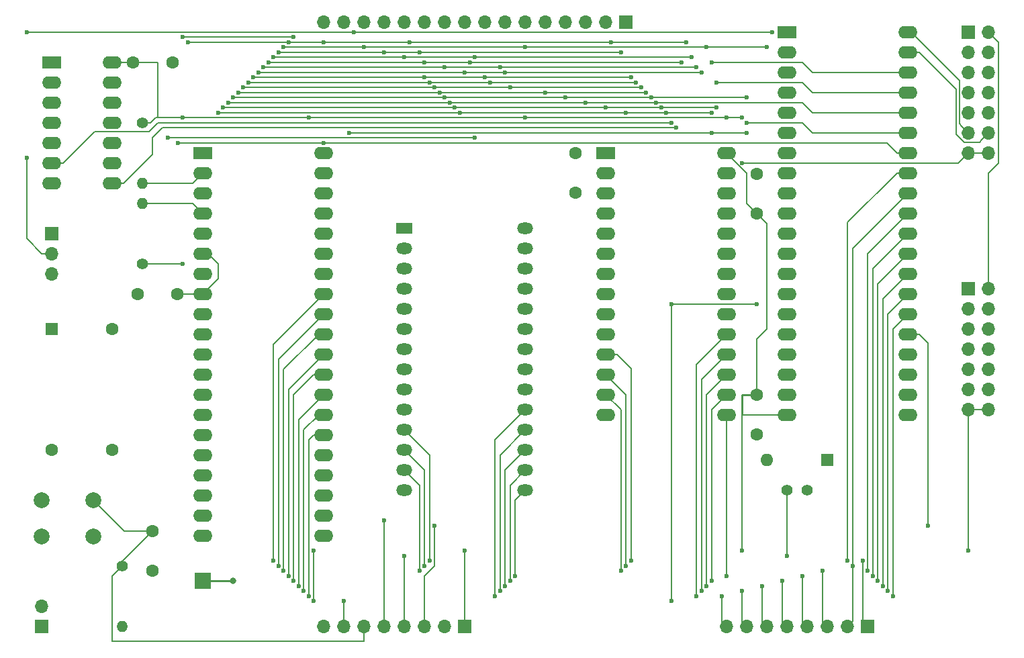
<source format=gbr>
G04 #@! TF.GenerationSoftware,KiCad,Pcbnew,(5.1.5-0-10_14)*
G04 #@! TF.CreationDate,2020-11-20T10:26:45+01:00*
G04 #@! TF.ProjectId,6502,36353032-2e6b-4696-9361-645f70636258,rev?*
G04 #@! TF.SameCoordinates,Original*
G04 #@! TF.FileFunction,Copper,L1,Top*
G04 #@! TF.FilePolarity,Positive*
%FSLAX46Y46*%
G04 Gerber Fmt 4.6, Leading zero omitted, Abs format (unit mm)*
G04 Created by KiCad (PCBNEW (5.1.5-0-10_14)) date 2020-11-20 10:26:45*
%MOMM*%
%LPD*%
G04 APERTURE LIST*
%ADD10O,1.700000X1.700000*%
%ADD11R,1.700000X1.700000*%
%ADD12C,1.600000*%
%ADD13O,2.400000X1.600000*%
%ADD14R,2.400000X1.600000*%
%ADD15C,1.400000*%
%ADD16O,1.600000X1.600000*%
%ADD17R,1.600000X1.600000*%
%ADD18R,2.000000X2.000000*%
%ADD19O,1.400000X1.400000*%
%ADD20O,2.000000X1.440000*%
%ADD21R,2.000000X1.440000*%
%ADD22C,2.000000*%
%ADD23C,0.600000*%
%ADD24C,0.800000*%
%ADD25C,0.200000*%
%ADD26C,0.250000*%
G04 APERTURE END LIST*
D10*
X78740000Y-129540000D03*
D11*
X78740000Y-132080000D03*
D10*
X114300000Y-132080000D03*
X116840000Y-132080000D03*
X119380000Y-132080000D03*
X121920000Y-132080000D03*
X124460000Y-132080000D03*
X127000000Y-132080000D03*
X129540000Y-132080000D03*
D11*
X132080000Y-132080000D03*
D12*
X168910000Y-107870000D03*
X168910000Y-102870000D03*
X168910000Y-75010000D03*
X168910000Y-80010000D03*
X146050000Y-77390000D03*
X146050000Y-72390000D03*
X95805000Y-90170000D03*
X90805000Y-90170000D03*
X90250000Y-60960000D03*
X95250000Y-60960000D03*
X92710000Y-120095000D03*
X92710000Y-125095000D03*
D13*
X165100000Y-72390000D03*
X149860000Y-105410000D03*
X165100000Y-74930000D03*
X149860000Y-102870000D03*
X165100000Y-77470000D03*
X149860000Y-100330000D03*
X165100000Y-80010000D03*
X149860000Y-97790000D03*
X165100000Y-82550000D03*
X149860000Y-95250000D03*
X165100000Y-85090000D03*
X149860000Y-92710000D03*
X165100000Y-87630000D03*
X149860000Y-90170000D03*
X165100000Y-90170000D03*
X149860000Y-87630000D03*
X165100000Y-92710000D03*
X149860000Y-85090000D03*
X165100000Y-95250000D03*
X149860000Y-82550000D03*
X165100000Y-97790000D03*
X149860000Y-80010000D03*
X165100000Y-100330000D03*
X149860000Y-77470000D03*
X165100000Y-102870000D03*
X149860000Y-74930000D03*
X165100000Y-105410000D03*
D14*
X149860000Y-72390000D03*
D15*
X172720000Y-114935000D03*
X175260000Y-114935000D03*
D16*
X170180000Y-111125000D03*
D17*
X177800000Y-111125000D03*
D18*
X99060000Y-126365000D03*
D19*
X91440000Y-78740000D03*
D15*
X91440000Y-86360000D03*
D19*
X91440000Y-76200000D03*
D15*
X91440000Y-68580000D03*
D19*
X88900000Y-132080000D03*
D15*
X88900000Y-124460000D03*
D10*
X165100000Y-132080000D03*
X167640000Y-132080000D03*
X170180000Y-132080000D03*
X172720000Y-132080000D03*
X175260000Y-132080000D03*
X177800000Y-132080000D03*
X180340000Y-132080000D03*
D11*
X182880000Y-132080000D03*
D10*
X114300000Y-55880000D03*
X116840000Y-55880000D03*
X119380000Y-55880000D03*
X121920000Y-55880000D03*
X124460000Y-55880000D03*
X127000000Y-55880000D03*
X129540000Y-55880000D03*
X132080000Y-55880000D03*
X134620000Y-55880000D03*
X137160000Y-55880000D03*
X139700000Y-55880000D03*
X142240000Y-55880000D03*
X144780000Y-55880000D03*
X147320000Y-55880000D03*
X149860000Y-55880000D03*
D11*
X152400000Y-55880000D03*
D20*
X139700000Y-114935000D03*
X124460000Y-114935000D03*
X139700000Y-112395000D03*
X124460000Y-112395000D03*
X139700000Y-109855000D03*
X124460000Y-109855000D03*
X139700000Y-107315000D03*
X124460000Y-107315000D03*
X139700000Y-104775000D03*
X124460000Y-104775000D03*
X139700000Y-102235000D03*
X124460000Y-102235000D03*
X139700000Y-99695000D03*
X124460000Y-99695000D03*
X139700000Y-97155000D03*
X124460000Y-97155000D03*
X139700000Y-94615000D03*
X124460000Y-94615000D03*
X139700000Y-92075000D03*
X124460000Y-92075000D03*
X139700000Y-89535000D03*
X124460000Y-89535000D03*
X139700000Y-86995000D03*
X124460000Y-86995000D03*
X139700000Y-84455000D03*
X124460000Y-84455000D03*
X139700000Y-81915000D03*
D21*
X124460000Y-81915000D03*
D12*
X80010000Y-109855000D03*
X87630000Y-109855000D03*
X87630000Y-94615000D03*
D17*
X80010000Y-94615000D03*
D10*
X80010000Y-87630000D03*
X80010000Y-85090000D03*
D11*
X80010000Y-82550000D03*
D10*
X198120000Y-104775000D03*
X195580000Y-104775000D03*
X198120000Y-102235000D03*
X195580000Y-102235000D03*
X198120000Y-99695000D03*
X195580000Y-99695000D03*
X198120000Y-97155000D03*
X195580000Y-97155000D03*
X198120000Y-94615000D03*
X195580000Y-94615000D03*
X198120000Y-92075000D03*
X195580000Y-92075000D03*
X198120000Y-89535000D03*
D11*
X195580000Y-89535000D03*
D10*
X198120000Y-72390000D03*
X195580000Y-72390000D03*
X198120000Y-69850000D03*
X195580000Y-69850000D03*
X198120000Y-67310000D03*
X195580000Y-67310000D03*
X198120000Y-64770000D03*
X195580000Y-64770000D03*
X198120000Y-62230000D03*
X195580000Y-62230000D03*
X198120000Y-59690000D03*
X195580000Y-59690000D03*
X198120000Y-57150000D03*
D11*
X195580000Y-57150000D03*
D13*
X87630000Y-60960000D03*
X80010000Y-76200000D03*
X87630000Y-63500000D03*
X80010000Y-73660000D03*
X87630000Y-66040000D03*
X80010000Y-71120000D03*
X87630000Y-68580000D03*
X80010000Y-68580000D03*
X87630000Y-71120000D03*
X80010000Y-66040000D03*
X87630000Y-73660000D03*
X80010000Y-63500000D03*
X87630000Y-76200000D03*
D14*
X80010000Y-60960000D03*
D13*
X187960000Y-57150000D03*
X172720000Y-105410000D03*
X187960000Y-59690000D03*
X172720000Y-102870000D03*
X187960000Y-62230000D03*
X172720000Y-100330000D03*
X187960000Y-64770000D03*
X172720000Y-97790000D03*
X187960000Y-67310000D03*
X172720000Y-95250000D03*
X187960000Y-69850000D03*
X172720000Y-92710000D03*
X187960000Y-72390000D03*
X172720000Y-90170000D03*
X187960000Y-74930000D03*
X172720000Y-87630000D03*
X187960000Y-77470000D03*
X172720000Y-85090000D03*
X187960000Y-80010000D03*
X172720000Y-82550000D03*
X187960000Y-82550000D03*
X172720000Y-80010000D03*
X187960000Y-85090000D03*
X172720000Y-77470000D03*
X187960000Y-87630000D03*
X172720000Y-74930000D03*
X187960000Y-90170000D03*
X172720000Y-72390000D03*
X187960000Y-92710000D03*
X172720000Y-69850000D03*
X187960000Y-95250000D03*
X172720000Y-67310000D03*
X187960000Y-97790000D03*
X172720000Y-64770000D03*
X187960000Y-100330000D03*
X172720000Y-62230000D03*
X187960000Y-102870000D03*
X172720000Y-59690000D03*
X187960000Y-105410000D03*
D14*
X172720000Y-57150000D03*
D13*
X114300000Y-72390000D03*
X99060000Y-120650000D03*
X114300000Y-74930000D03*
X99060000Y-118110000D03*
X114300000Y-77470000D03*
X99060000Y-115570000D03*
X114300000Y-80010000D03*
X99060000Y-113030000D03*
X114300000Y-82550000D03*
X99060000Y-110490000D03*
X114300000Y-85090000D03*
X99060000Y-107950000D03*
X114300000Y-87630000D03*
X99060000Y-105410000D03*
X114300000Y-90170000D03*
X99060000Y-102870000D03*
X114300000Y-92710000D03*
X99060000Y-100330000D03*
X114300000Y-95250000D03*
X99060000Y-97790000D03*
X114300000Y-97790000D03*
X99060000Y-95250000D03*
X114300000Y-100330000D03*
X99060000Y-92710000D03*
X114300000Y-102870000D03*
X99060000Y-90170000D03*
X114300000Y-105410000D03*
X99060000Y-87630000D03*
X114300000Y-107950000D03*
X99060000Y-85090000D03*
X114300000Y-110490000D03*
X99060000Y-82550000D03*
X114300000Y-113030000D03*
X99060000Y-80010000D03*
X114300000Y-115570000D03*
X99060000Y-77470000D03*
X114300000Y-118110000D03*
X99060000Y-74930000D03*
X114300000Y-120650000D03*
D14*
X99060000Y-72390000D03*
D22*
X85240000Y-116205000D03*
X85240000Y-120705000D03*
X78740000Y-116205000D03*
X78740000Y-120705000D03*
D23*
X186055000Y-128270000D03*
X135890000Y-128270000D03*
X164465000Y-128270000D03*
X161290000Y-128270000D03*
X112395000Y-128270000D03*
X185420000Y-127635000D03*
X136525000Y-127635000D03*
X161925000Y-127635000D03*
X167005000Y-127635000D03*
X111760000Y-127635000D03*
X184785000Y-127000000D03*
X137160000Y-127000000D03*
X162560000Y-127000000D03*
X169545000Y-127000000D03*
X111125000Y-127000000D03*
X184150000Y-126365000D03*
X137795000Y-126365000D03*
X172085000Y-126365000D03*
X163195000Y-126365000D03*
X110490000Y-126365000D03*
X183515000Y-125730000D03*
X138430000Y-125730000D03*
X165100000Y-125730000D03*
X174625000Y-125730000D03*
X109855000Y-125730000D03*
X126365000Y-125095000D03*
X109220000Y-125095000D03*
X182880000Y-125095000D03*
X151765000Y-125095000D03*
X177165000Y-125095000D03*
X127000000Y-124460000D03*
X108585000Y-124460000D03*
X152400000Y-124460000D03*
X180975000Y-124460000D03*
X107950000Y-123825000D03*
X127635000Y-123825000D03*
X153035000Y-123825000D03*
X180340000Y-123825000D03*
X182245000Y-123825000D03*
D24*
X102870000Y-126365000D03*
D23*
X108585000Y-59690000D03*
X126365000Y-59690000D03*
X151765000Y-59690000D03*
X121920000Y-59690000D03*
X139700000Y-59055000D03*
X162560000Y-59055000D03*
X109220000Y-59055000D03*
X170180000Y-59055000D03*
X119380000Y-59055000D03*
X109855000Y-58420000D03*
X97155000Y-58420000D03*
X125095000Y-58420000D03*
X150495000Y-58420000D03*
X160020000Y-58420000D03*
X114300000Y-58420000D03*
X96520000Y-57785000D03*
X110490000Y-57785000D03*
X167005000Y-73660000D03*
X167005000Y-67945000D03*
X165100000Y-67945000D03*
X139700000Y-67945000D03*
X112395000Y-67945000D03*
X96520000Y-67945000D03*
X96520000Y-86360000D03*
X167005000Y-122555000D03*
X195580004Y-122555000D03*
X113030000Y-128905000D03*
X113030000Y-122555000D03*
X132080000Y-122555000D03*
X131445000Y-67310000D03*
X157480000Y-67310000D03*
X100965000Y-67310000D03*
X163195000Y-60960000D03*
X163195000Y-67310000D03*
X152400000Y-67310000D03*
X101600000Y-66675000D03*
X130810000Y-66675000D03*
X156845000Y-66675000D03*
X163830000Y-63500000D03*
X163830000Y-66675000D03*
X149860000Y-66675000D03*
X130175000Y-66040000D03*
X156210000Y-66040000D03*
X102235000Y-66040000D03*
X147320000Y-66040000D03*
X102870000Y-65405000D03*
X129540000Y-65405000D03*
X155575000Y-65405000D03*
X167640000Y-68580000D03*
X167640000Y-65405000D03*
X144780000Y-65405000D03*
X103505000Y-64770000D03*
X128905000Y-64770000D03*
X154940000Y-64770000D03*
X142240000Y-64770000D03*
X104140000Y-64135000D03*
X128270000Y-64135000D03*
X154305000Y-64135000D03*
X137795000Y-64135000D03*
X104775000Y-63500000D03*
X127635000Y-63500000D03*
X153670000Y-63500000D03*
X135255000Y-63500000D03*
X127000000Y-62865000D03*
X153035000Y-62865000D03*
X105410000Y-62865000D03*
X134620000Y-62865000D03*
X137160000Y-62230000D03*
X161925000Y-62230000D03*
X106045000Y-62230000D03*
X132080000Y-62230000D03*
X161290000Y-61595000D03*
X106680000Y-61595000D03*
X136525000Y-61595000D03*
X129540000Y-61595000D03*
X159385000Y-60960000D03*
X107315000Y-60960000D03*
X132715000Y-60960000D03*
X127000000Y-60960000D03*
X160655000Y-60325000D03*
X107950000Y-60325000D03*
X133350000Y-60325000D03*
X124460000Y-60325000D03*
X114300000Y-71120000D03*
X95885000Y-71120000D03*
X117475000Y-69850000D03*
X163195000Y-69850000D03*
X167640000Y-69850000D03*
X121920000Y-118745000D03*
X76835000Y-73025000D03*
X190500000Y-119380000D03*
X76835000Y-57150000D03*
X170815000Y-57150000D03*
X128270000Y-119380000D03*
X118110000Y-57150000D03*
X172720000Y-123190000D03*
X124460000Y-123190000D03*
X168910000Y-91440000D03*
X158115000Y-91440000D03*
X158115000Y-68580000D03*
X158115000Y-128905000D03*
X116840000Y-128905000D03*
X158750000Y-69215000D03*
X94615000Y-70485000D03*
X133350000Y-70485000D03*
D25*
X186055000Y-94615000D02*
X187960000Y-92710000D01*
X186055000Y-128270000D02*
X186055000Y-94615000D01*
X135890000Y-128270000D02*
X135890000Y-108585000D01*
X135890000Y-108585000D02*
X139700000Y-104775000D01*
X161290000Y-99060000D02*
X165100000Y-95250000D01*
X161290000Y-128270000D02*
X161290000Y-99060000D01*
X113030000Y-107950000D02*
X114300000Y-107950000D01*
X112395000Y-108585000D02*
X113030000Y-107950000D01*
X112395000Y-128270000D02*
X112395000Y-108585000D01*
X164465000Y-128270000D02*
X164465000Y-132080000D01*
X185420000Y-92710000D02*
X187960000Y-90170000D01*
X185420000Y-127635000D02*
X185420000Y-92710000D01*
X136525000Y-110490000D02*
X139700000Y-107315000D01*
X136525000Y-127635000D02*
X136525000Y-110490000D01*
X161925000Y-100965000D02*
X165100000Y-97790000D01*
X161925000Y-127635000D02*
X161925000Y-100965000D01*
X113665000Y-105410000D02*
X114300000Y-105410000D01*
X111760000Y-107315000D02*
X113665000Y-105410000D01*
X111760000Y-127635000D02*
X111760000Y-107315000D01*
X167005000Y-131445000D02*
X167640000Y-132080000D01*
X167005000Y-127635000D02*
X167005000Y-131445000D01*
X167005000Y-131445000D02*
X167005000Y-132080000D01*
X184785000Y-90805000D02*
X187960000Y-87630000D01*
X184785000Y-127000000D02*
X184785000Y-90805000D01*
X137160000Y-112395000D02*
X139700000Y-109855000D01*
X137160000Y-127000000D02*
X137160000Y-112395000D01*
X162560000Y-127000000D02*
X162560000Y-102870000D01*
X162560000Y-102870000D02*
X165100000Y-100330000D01*
X111125000Y-106045000D02*
X114300000Y-102870000D01*
X111125000Y-127000000D02*
X111125000Y-106045000D01*
X169545000Y-130810000D02*
X169545000Y-131445000D01*
X169545000Y-131445000D02*
X170180000Y-132080000D01*
X169545000Y-127000000D02*
X169545000Y-130810000D01*
X169545000Y-130810000D02*
X169545000Y-132080000D01*
X184150000Y-88900000D02*
X187960000Y-85090000D01*
X184150000Y-126365000D02*
X184150000Y-88900000D01*
X137795000Y-114300000D02*
X139700000Y-112395000D01*
X137795000Y-126365000D02*
X137795000Y-114300000D01*
X163195000Y-104775000D02*
X165100000Y-102870000D01*
X163195000Y-126365000D02*
X163195000Y-104775000D01*
X110490000Y-102870000D02*
X113030000Y-100330000D01*
X110490000Y-126365000D02*
X110490000Y-102870000D01*
X113030000Y-100330000D02*
X114300000Y-100330000D01*
X172085000Y-131445000D02*
X172720000Y-132080000D01*
X172085000Y-130810000D02*
X172085000Y-131445000D01*
X172085000Y-126365000D02*
X172085000Y-130810000D01*
X172085000Y-130810000D02*
X172085000Y-132080000D01*
X183515000Y-125730000D02*
X183515000Y-86995000D01*
X183515000Y-86995000D02*
X187960000Y-82550000D01*
X138430000Y-116205000D02*
X139700000Y-114935000D01*
X138430000Y-125730000D02*
X138430000Y-116205000D01*
X165100000Y-105410000D02*
X165100000Y-125730000D01*
X109855000Y-102235000D02*
X114300000Y-97790000D01*
X109855000Y-125730000D02*
X109855000Y-102235000D01*
X174625000Y-130810000D02*
X174625000Y-131445000D01*
X174625000Y-131445000D02*
X175260000Y-132080000D01*
X174625000Y-125730000D02*
X174625000Y-130810000D01*
X174625000Y-130810000D02*
X174625000Y-132080000D01*
X125730000Y-113665000D02*
X124460000Y-112395000D01*
X126365000Y-114300000D02*
X125730000Y-113665000D01*
X126365000Y-125095000D02*
X126365000Y-114300000D01*
X113665000Y-95250000D02*
X114300000Y-95250000D01*
X109220000Y-99695000D02*
X113665000Y-95250000D01*
X109220000Y-125095000D02*
X109220000Y-99695000D01*
X182880000Y-85090000D02*
X187960000Y-80010000D01*
X182880000Y-125095000D02*
X182880000Y-85090000D01*
X151765000Y-104775000D02*
X149860000Y-102870000D01*
X151765000Y-125095000D02*
X151765000Y-104775000D01*
X177165000Y-131445000D02*
X177800000Y-132080000D01*
X177165000Y-130810000D02*
X177165000Y-131445000D01*
X177165000Y-125095000D02*
X177165000Y-130810000D01*
X177165000Y-130810000D02*
X177165000Y-132080000D01*
X127000000Y-112395000D02*
X124460000Y-109855000D01*
X127000000Y-124460000D02*
X127000000Y-112395000D01*
X108585000Y-98425000D02*
X114300000Y-92710000D01*
X108585000Y-124460000D02*
X108585000Y-98425000D01*
X152400000Y-102870000D02*
X149860000Y-100330000D01*
X152400000Y-124460000D02*
X152400000Y-102870000D01*
X180975000Y-84455000D02*
X187960000Y-77470000D01*
X180975000Y-124460000D02*
X180975000Y-84455000D01*
X180975000Y-131445000D02*
X180340000Y-132080000D01*
X180975000Y-124460000D02*
X180975000Y-131445000D01*
X107950000Y-123825000D02*
X107950000Y-96520000D01*
X107950000Y-96520000D02*
X114300000Y-90170000D01*
X127635000Y-110490000D02*
X124460000Y-107315000D01*
X127635000Y-123825000D02*
X127635000Y-110490000D01*
X151260000Y-97790000D02*
X149860000Y-97790000D01*
X153035000Y-123825000D02*
X153035000Y-99565000D01*
X153035000Y-99565000D02*
X151260000Y-97790000D01*
X186560000Y-74930000D02*
X187960000Y-74930000D01*
X180340000Y-81150000D02*
X186560000Y-74930000D01*
X180340000Y-123825000D02*
X180340000Y-81150000D01*
X182245000Y-131445000D02*
X182880000Y-132080000D01*
X182245000Y-130810000D02*
X182245000Y-131445000D01*
X182245000Y-123825000D02*
X182245000Y-130810000D01*
X182245000Y-130810000D02*
X182245000Y-132080000D01*
D26*
X99060000Y-126365000D02*
X102870000Y-126365000D01*
D25*
X198120000Y-89535000D02*
X198120000Y-74930000D01*
X198120000Y-74930000D02*
X199390000Y-73660000D01*
X199390000Y-58420000D02*
X198120000Y-57150000D01*
X199390000Y-73660000D02*
X199390000Y-58420000D01*
X126365000Y-59690000D02*
X108585000Y-59690000D01*
X134620000Y-59690000D02*
X126365000Y-59690000D01*
X151765000Y-59690000D02*
X134620000Y-59690000D01*
X121920000Y-59690000D02*
X121285000Y-59690000D01*
X119380000Y-59055000D02*
X139700000Y-59055000D01*
X139700000Y-59055000D02*
X155575000Y-59055000D01*
X155575000Y-59055000D02*
X162560000Y-59055000D01*
X109220000Y-59055000D02*
X119380000Y-59055000D01*
X170180000Y-59055000D02*
X162560000Y-59055000D01*
X109855000Y-58420000D02*
X97155000Y-58420000D01*
X148590000Y-58420000D02*
X133985000Y-58420000D01*
X133985000Y-58420000D02*
X125095000Y-58420000D01*
X150495000Y-58420000D02*
X148590000Y-58420000D01*
X160020000Y-58420000D02*
X150495000Y-58420000D01*
X114300000Y-58420000D02*
X109855000Y-58420000D01*
X125095000Y-58420000D02*
X114300000Y-58420000D01*
X96520000Y-57785000D02*
X110490000Y-57785000D01*
X100330000Y-67945000D02*
X164465000Y-67945000D01*
X164465000Y-67945000D02*
X165100000Y-67945000D01*
X198120000Y-72390000D02*
X195580000Y-72390000D01*
X195580000Y-72390000D02*
X194310000Y-73660000D01*
X194310000Y-73660000D02*
X167005000Y-73660000D01*
X167005000Y-67945000D02*
X165100000Y-67945000D01*
X92429949Y-68580000D02*
X93064949Y-67945000D01*
X91440000Y-68580000D02*
X92429949Y-68580000D01*
X90250000Y-60960000D02*
X89535000Y-60960000D01*
X89535000Y-60960000D02*
X87630000Y-60960000D01*
X139700000Y-67945000D02*
X140335000Y-67945000D01*
X99060000Y-85090000D02*
X99695000Y-85090000D01*
X99695000Y-85090000D02*
X100965000Y-86360000D01*
X100965000Y-88265000D02*
X99060000Y-90170000D01*
X100965000Y-86360000D02*
X100965000Y-88265000D01*
X172720000Y-105410000D02*
X167005000Y-105410000D01*
X167640000Y-78740000D02*
X168910000Y-80010000D01*
X167640000Y-74930000D02*
X167640000Y-78740000D01*
X165100000Y-72390000D02*
X167640000Y-74930000D01*
X95805000Y-90170000D02*
X99060000Y-90170000D01*
X198120000Y-104775000D02*
X195580000Y-104775000D01*
D26*
X168910000Y-102870000D02*
X167005000Y-102870000D01*
X167005000Y-102870000D02*
X167005000Y-105410000D01*
D25*
X93064949Y-67945000D02*
X96520000Y-67945000D01*
X96520000Y-67945000D02*
X100330000Y-67945000D01*
X90250000Y-60960000D02*
X93345000Y-60960000D01*
X93345000Y-60960000D02*
X93345000Y-67945000D01*
X91440000Y-86360000D02*
X96520000Y-86360000D01*
X167005000Y-105410000D02*
X167005000Y-122555000D01*
X195580000Y-122554996D02*
X195580000Y-104775000D01*
X195580004Y-122555000D02*
X195580000Y-122554996D01*
X113030000Y-128905000D02*
X113030000Y-122555000D01*
X132080000Y-132080000D02*
X132080000Y-122555000D01*
X168910000Y-102870000D02*
X168910000Y-95885000D01*
X168910000Y-95885000D02*
X170180000Y-94615000D01*
X170180000Y-81280000D02*
X168910000Y-80010000D01*
X170180000Y-94615000D02*
X170180000Y-81280000D01*
X152400000Y-67310000D02*
X157480000Y-67310000D01*
X152400000Y-67310000D02*
X131445000Y-67310000D01*
X100965000Y-67310000D02*
X131445000Y-67310000D01*
X187960000Y-62230000D02*
X175895000Y-62230000D01*
X175895000Y-62230000D02*
X174625000Y-60960000D01*
X174625000Y-60960000D02*
X163195000Y-60960000D01*
X157480000Y-67310000D02*
X163195000Y-67310000D01*
X116840000Y-66675000D02*
X101600000Y-66675000D01*
X148590000Y-66675000D02*
X116840000Y-66675000D01*
X148590000Y-66675000D02*
X156845000Y-66675000D01*
X187960000Y-64770000D02*
X175895000Y-64770000D01*
X175895000Y-64770000D02*
X174625000Y-63500000D01*
X174625000Y-63500000D02*
X163830000Y-63500000D01*
X163830000Y-66675000D02*
X156845000Y-66675000D01*
X102235000Y-66040000D02*
X130175000Y-66040000D01*
X130175000Y-66040000D02*
X147320000Y-66040000D01*
X147320000Y-66040000D02*
X156210000Y-66040000D01*
X187960000Y-67310000D02*
X175895000Y-67310000D01*
X174625000Y-66040000D02*
X156210000Y-66040000D01*
X175895000Y-67310000D02*
X174625000Y-66040000D01*
X121920000Y-65405000D02*
X137795000Y-65405000D01*
X102870000Y-65405000D02*
X121920000Y-65405000D01*
X155575000Y-65405000D02*
X137795000Y-65405000D01*
X187960000Y-69850000D02*
X175895000Y-69850000D01*
X175895000Y-69850000D02*
X174625000Y-68580000D01*
X174625000Y-68580000D02*
X167640000Y-68580000D01*
X167640000Y-65405000D02*
X155575000Y-65405000D01*
X135890000Y-64770000D02*
X103505000Y-64770000D01*
X135890000Y-64770000D02*
X154940000Y-64770000D01*
X104140000Y-64135000D02*
X128270000Y-64135000D01*
X128270000Y-64135000D02*
X135255000Y-64135000D01*
X137795000Y-64135000D02*
X154305000Y-64135000D01*
X135255000Y-64135000D02*
X137795000Y-64135000D01*
X104775000Y-63500000D02*
X127635000Y-63500000D01*
X127635000Y-63500000D02*
X134620000Y-63500000D01*
X134620000Y-63500000D02*
X153670000Y-63500000D01*
X153035000Y-62865000D02*
X133985000Y-62865000D01*
X133985000Y-62865000D02*
X127000000Y-62865000D01*
X127000000Y-62865000D02*
X105410000Y-62865000D01*
X137160000Y-62230000D02*
X132080000Y-62230000D01*
X161925000Y-62230000D02*
X137160000Y-62230000D01*
X106045000Y-62230000D02*
X132080000Y-62230000D01*
X161290000Y-61595000D02*
X129540000Y-61595000D01*
X106680000Y-61595000D02*
X129540000Y-61595000D01*
X136525000Y-60960000D02*
X127000000Y-60960000D01*
X159385000Y-60960000D02*
X136525000Y-60960000D01*
X107315000Y-60960000D02*
X127000000Y-60960000D01*
X160655000Y-60325000D02*
X124460000Y-60325000D01*
X124460000Y-60325000D02*
X107950000Y-60325000D01*
X187960000Y-72390000D02*
X186560000Y-72390000D01*
X185290000Y-71120000D02*
X114724264Y-71120000D01*
X186560000Y-72390000D02*
X185290000Y-71120000D01*
X114724264Y-71120000D02*
X114300000Y-71120000D01*
X119380000Y-132080000D02*
X119380000Y-133985000D01*
X119380000Y-133985000D02*
X87630000Y-133985000D01*
X87630000Y-125730000D02*
X88900000Y-124460000D01*
X87630000Y-133985000D02*
X87630000Y-125730000D01*
X88900000Y-123905000D02*
X92710000Y-120095000D01*
X88900000Y-124460000D02*
X88900000Y-123905000D01*
X89130000Y-120095000D02*
X85240000Y-116205000D01*
X92710000Y-120095000D02*
X89130000Y-120095000D01*
X114300000Y-71120000D02*
X95885000Y-71120000D01*
X149225000Y-69850000D02*
X117475000Y-69850000D01*
X163195000Y-69850000D02*
X149225000Y-69850000D01*
X167640000Y-69850000D02*
X163195000Y-69850000D01*
X121920000Y-132080000D02*
X121920000Y-118745000D01*
X194730001Y-69000001D02*
X195580000Y-69850000D01*
X194429999Y-63219999D02*
X194429999Y-68699999D01*
X188360000Y-57150000D02*
X194429999Y-63219999D01*
X187960000Y-57150000D02*
X188360000Y-57150000D01*
X194429999Y-68699999D02*
X194730001Y-69000001D01*
X197270001Y-70699999D02*
X198120000Y-69850000D01*
X196969999Y-71000001D02*
X197270001Y-70699999D01*
X194029988Y-70001990D02*
X195027999Y-71000001D01*
X189360000Y-59690000D02*
X194029988Y-64359988D01*
X187960000Y-59690000D02*
X189360000Y-59690000D01*
X195027999Y-71000001D02*
X196969999Y-71000001D01*
X194029988Y-64359988D02*
X194029988Y-70001990D01*
X78740000Y-85090000D02*
X80010000Y-85090000D01*
X76835000Y-83185000D02*
X78740000Y-85090000D01*
X76835000Y-73025000D02*
X76835000Y-83185000D01*
X190500000Y-119380000D02*
X190500000Y-96390000D01*
X190500000Y-96390000D02*
X189360000Y-95250000D01*
X189360000Y-95250000D02*
X187960000Y-95250000D01*
X127000000Y-132080000D02*
X127000000Y-125730000D01*
X128270000Y-124460000D02*
X128270000Y-119380000D01*
X127000000Y-125730000D02*
X128270000Y-124460000D01*
X118110000Y-57150000D02*
X170815000Y-57150000D01*
X76835000Y-57150000D02*
X118110000Y-57150000D01*
X97790000Y-78740000D02*
X99060000Y-80010000D01*
X91440000Y-78740000D02*
X97790000Y-78740000D01*
X172720000Y-114935000D02*
X172720000Y-123190000D01*
X124460000Y-132080000D02*
X124460000Y-123190000D01*
X85389990Y-69680010D02*
X92244990Y-69680010D01*
X81410000Y-73660000D02*
X85389990Y-69680010D01*
X80010000Y-73660000D02*
X81410000Y-73660000D01*
X92244990Y-69680010D02*
X93345000Y-68580000D01*
X93345000Y-68580000D02*
X158115000Y-68580000D01*
X168910000Y-91440000D02*
X158115000Y-91440000D01*
X158115000Y-91440000D02*
X158115000Y-128905000D01*
X116840000Y-132080000D02*
X116840000Y-128905000D01*
X89030000Y-76200000D02*
X92710000Y-72520000D01*
X87630000Y-76200000D02*
X89030000Y-76200000D01*
X92710000Y-72520000D02*
X92710000Y-70485000D01*
X92710000Y-70485000D02*
X93980000Y-69215000D01*
X93980000Y-69215000D02*
X158750000Y-69215000D01*
X94615000Y-70485000D02*
X133350000Y-70485000D01*
X97790000Y-76200000D02*
X99060000Y-74930000D01*
X91440000Y-76200000D02*
X97790000Y-76200000D01*
M02*

</source>
